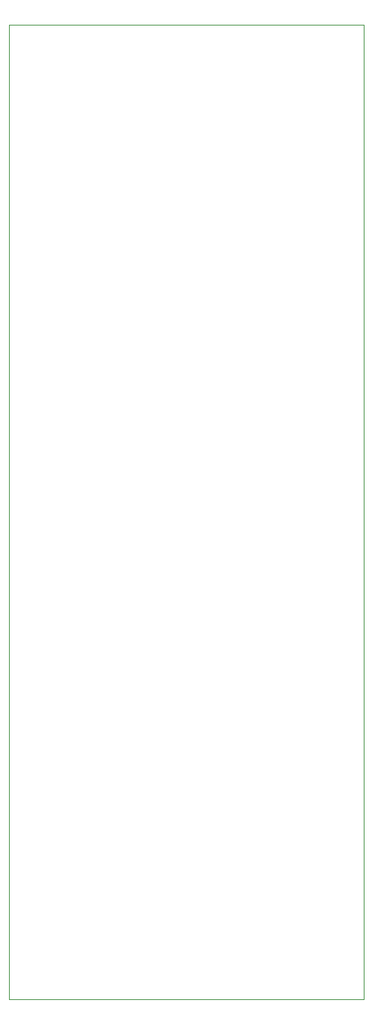
<source format=gm1>
G04 #@! TF.GenerationSoftware,KiCad,Pcbnew,(6.0.1)*
G04 #@! TF.CreationDate,2022-02-07T17:43:10+01:00*
G04 #@! TF.ProjectId,Snare+Hihat,536e6172-652b-4486-9968-61742e6b6963,rev?*
G04 #@! TF.SameCoordinates,Original*
G04 #@! TF.FileFunction,Profile,NP*
%FSLAX46Y46*%
G04 Gerber Fmt 4.6, Leading zero omitted, Abs format (unit mm)*
G04 Created by KiCad (PCBNEW (6.0.1)) date 2022-02-07 17:43:10*
%MOMM*%
%LPD*%
G01*
G04 APERTURE LIST*
G04 #@! TA.AperFunction,Profile*
%ADD10C,0.050000*%
G04 #@! TD*
G04 APERTURE END LIST*
D10*
X69999999Y-31000000D02*
X70000000Y-141000000D01*
X30000000Y-31000000D02*
X30000000Y-141000000D01*
X30000000Y-31000000D02*
X69999999Y-31000000D01*
X30000000Y-141000000D02*
X70000000Y-141000000D01*
M02*

</source>
